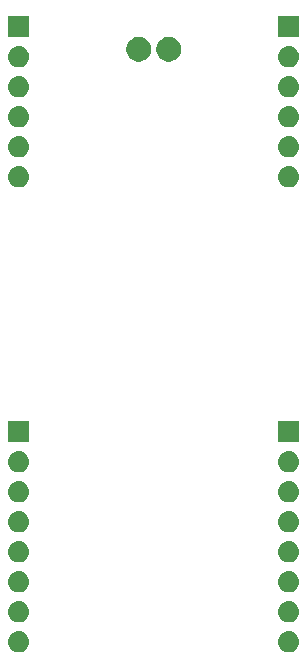
<source format=gbr>
G04 #@! TF.GenerationSoftware,KiCad,Pcbnew,(5.1.2)-2*
G04 #@! TF.CreationDate,2019-12-14T19:53:28+01:00*
G04 #@! TF.ProjectId,IS1212_click,49533132-3132-45f6-936c-69636b2e6b69,rev?*
G04 #@! TF.SameCoordinates,Original*
G04 #@! TF.FileFunction,Soldermask,Bot*
G04 #@! TF.FilePolarity,Negative*
%FSLAX46Y46*%
G04 Gerber Fmt 4.6, Leading zero omitted, Abs format (unit mm)*
G04 Created by KiCad (PCBNEW (5.1.2)-2) date 2019-12-14 19:53:28*
%MOMM*%
%LPD*%
G04 APERTURE LIST*
%ADD10C,0.100000*%
G04 APERTURE END LIST*
D10*
G36*
X87806588Y-147702234D02*
G01*
X87806591Y-147702235D01*
X87976388Y-147753742D01*
X88132878Y-147837388D01*
X88270043Y-147949957D01*
X88382612Y-148087122D01*
X88466258Y-148243612D01*
X88511875Y-148393992D01*
X88517766Y-148413412D01*
X88535158Y-148590000D01*
X88517766Y-148766588D01*
X88517765Y-148766591D01*
X88466258Y-148936388D01*
X88382612Y-149092878D01*
X88270043Y-149230043D01*
X88132878Y-149342612D01*
X87976388Y-149426258D01*
X87826008Y-149471875D01*
X87806588Y-149477766D01*
X87674249Y-149490800D01*
X87585751Y-149490800D01*
X87453412Y-149477766D01*
X87433992Y-149471875D01*
X87283612Y-149426258D01*
X87127122Y-149342612D01*
X86989957Y-149230043D01*
X86877388Y-149092878D01*
X86793742Y-148936388D01*
X86742235Y-148766591D01*
X86742234Y-148766588D01*
X86724842Y-148590000D01*
X86742234Y-148413412D01*
X86748125Y-148393992D01*
X86793742Y-148243612D01*
X86877388Y-148087122D01*
X86989957Y-147949957D01*
X87127122Y-147837388D01*
X87283612Y-147753742D01*
X87453409Y-147702235D01*
X87453412Y-147702234D01*
X87585751Y-147689200D01*
X87674249Y-147689200D01*
X87806588Y-147702234D01*
X87806588Y-147702234D01*
G37*
G36*
X64946588Y-147702234D02*
G01*
X64946591Y-147702235D01*
X65116388Y-147753742D01*
X65272878Y-147837388D01*
X65410043Y-147949957D01*
X65522612Y-148087122D01*
X65606258Y-148243612D01*
X65651875Y-148393992D01*
X65657766Y-148413412D01*
X65675158Y-148590000D01*
X65657766Y-148766588D01*
X65657765Y-148766591D01*
X65606258Y-148936388D01*
X65522612Y-149092878D01*
X65410043Y-149230043D01*
X65272878Y-149342612D01*
X65116388Y-149426258D01*
X64966008Y-149471875D01*
X64946588Y-149477766D01*
X64814249Y-149490800D01*
X64725751Y-149490800D01*
X64593412Y-149477766D01*
X64573992Y-149471875D01*
X64423612Y-149426258D01*
X64267122Y-149342612D01*
X64129957Y-149230043D01*
X64017388Y-149092878D01*
X63933742Y-148936388D01*
X63882235Y-148766591D01*
X63882234Y-148766588D01*
X63864842Y-148590000D01*
X63882234Y-148413412D01*
X63888125Y-148393992D01*
X63933742Y-148243612D01*
X64017388Y-148087122D01*
X64129957Y-147949957D01*
X64267122Y-147837388D01*
X64423612Y-147753742D01*
X64593409Y-147702235D01*
X64593412Y-147702234D01*
X64725751Y-147689200D01*
X64814249Y-147689200D01*
X64946588Y-147702234D01*
X64946588Y-147702234D01*
G37*
G36*
X87806588Y-145162234D02*
G01*
X87806591Y-145162235D01*
X87976388Y-145213742D01*
X88132878Y-145297388D01*
X88270043Y-145409957D01*
X88382612Y-145547122D01*
X88466258Y-145703612D01*
X88511875Y-145853992D01*
X88517766Y-145873412D01*
X88535158Y-146050000D01*
X88517766Y-146226588D01*
X88517765Y-146226591D01*
X88466258Y-146396388D01*
X88382612Y-146552878D01*
X88270043Y-146690043D01*
X88132878Y-146802612D01*
X87976388Y-146886258D01*
X87826008Y-146931875D01*
X87806588Y-146937766D01*
X87674249Y-146950800D01*
X87585751Y-146950800D01*
X87453412Y-146937766D01*
X87433992Y-146931875D01*
X87283612Y-146886258D01*
X87127122Y-146802612D01*
X86989957Y-146690043D01*
X86877388Y-146552878D01*
X86793742Y-146396388D01*
X86742235Y-146226591D01*
X86742234Y-146226588D01*
X86724842Y-146050000D01*
X86742234Y-145873412D01*
X86748125Y-145853992D01*
X86793742Y-145703612D01*
X86877388Y-145547122D01*
X86989957Y-145409957D01*
X87127122Y-145297388D01*
X87283612Y-145213742D01*
X87453409Y-145162235D01*
X87453412Y-145162234D01*
X87585751Y-145149200D01*
X87674249Y-145149200D01*
X87806588Y-145162234D01*
X87806588Y-145162234D01*
G37*
G36*
X64946588Y-145162234D02*
G01*
X64946591Y-145162235D01*
X65116388Y-145213742D01*
X65272878Y-145297388D01*
X65410043Y-145409957D01*
X65522612Y-145547122D01*
X65606258Y-145703612D01*
X65651875Y-145853992D01*
X65657766Y-145873412D01*
X65675158Y-146050000D01*
X65657766Y-146226588D01*
X65657765Y-146226591D01*
X65606258Y-146396388D01*
X65522612Y-146552878D01*
X65410043Y-146690043D01*
X65272878Y-146802612D01*
X65116388Y-146886258D01*
X64966008Y-146931875D01*
X64946588Y-146937766D01*
X64814249Y-146950800D01*
X64725751Y-146950800D01*
X64593412Y-146937766D01*
X64573992Y-146931875D01*
X64423612Y-146886258D01*
X64267122Y-146802612D01*
X64129957Y-146690043D01*
X64017388Y-146552878D01*
X63933742Y-146396388D01*
X63882235Y-146226591D01*
X63882234Y-146226588D01*
X63864842Y-146050000D01*
X63882234Y-145873412D01*
X63888125Y-145853992D01*
X63933742Y-145703612D01*
X64017388Y-145547122D01*
X64129957Y-145409957D01*
X64267122Y-145297388D01*
X64423612Y-145213742D01*
X64593409Y-145162235D01*
X64593412Y-145162234D01*
X64725751Y-145149200D01*
X64814249Y-145149200D01*
X64946588Y-145162234D01*
X64946588Y-145162234D01*
G37*
G36*
X87806588Y-142622234D02*
G01*
X87806591Y-142622235D01*
X87976388Y-142673742D01*
X88132878Y-142757388D01*
X88270043Y-142869957D01*
X88382612Y-143007122D01*
X88466258Y-143163612D01*
X88511875Y-143313992D01*
X88517766Y-143333412D01*
X88535158Y-143510000D01*
X88517766Y-143686588D01*
X88517765Y-143686591D01*
X88466258Y-143856388D01*
X88382612Y-144012878D01*
X88270043Y-144150043D01*
X88132878Y-144262612D01*
X87976388Y-144346258D01*
X87826008Y-144391875D01*
X87806588Y-144397766D01*
X87674249Y-144410800D01*
X87585751Y-144410800D01*
X87453412Y-144397766D01*
X87433992Y-144391875D01*
X87283612Y-144346258D01*
X87127122Y-144262612D01*
X86989957Y-144150043D01*
X86877388Y-144012878D01*
X86793742Y-143856388D01*
X86742235Y-143686591D01*
X86742234Y-143686588D01*
X86724842Y-143510000D01*
X86742234Y-143333412D01*
X86748125Y-143313992D01*
X86793742Y-143163612D01*
X86877388Y-143007122D01*
X86989957Y-142869957D01*
X87127122Y-142757388D01*
X87283612Y-142673742D01*
X87453409Y-142622235D01*
X87453412Y-142622234D01*
X87585751Y-142609200D01*
X87674249Y-142609200D01*
X87806588Y-142622234D01*
X87806588Y-142622234D01*
G37*
G36*
X64946588Y-142622234D02*
G01*
X64946591Y-142622235D01*
X65116388Y-142673742D01*
X65272878Y-142757388D01*
X65410043Y-142869957D01*
X65522612Y-143007122D01*
X65606258Y-143163612D01*
X65651875Y-143313992D01*
X65657766Y-143333412D01*
X65675158Y-143510000D01*
X65657766Y-143686588D01*
X65657765Y-143686591D01*
X65606258Y-143856388D01*
X65522612Y-144012878D01*
X65410043Y-144150043D01*
X65272878Y-144262612D01*
X65116388Y-144346258D01*
X64966008Y-144391875D01*
X64946588Y-144397766D01*
X64814249Y-144410800D01*
X64725751Y-144410800D01*
X64593412Y-144397766D01*
X64573992Y-144391875D01*
X64423612Y-144346258D01*
X64267122Y-144262612D01*
X64129957Y-144150043D01*
X64017388Y-144012878D01*
X63933742Y-143856388D01*
X63882235Y-143686591D01*
X63882234Y-143686588D01*
X63864842Y-143510000D01*
X63882234Y-143333412D01*
X63888125Y-143313992D01*
X63933742Y-143163612D01*
X64017388Y-143007122D01*
X64129957Y-142869957D01*
X64267122Y-142757388D01*
X64423612Y-142673742D01*
X64593409Y-142622235D01*
X64593412Y-142622234D01*
X64725751Y-142609200D01*
X64814249Y-142609200D01*
X64946588Y-142622234D01*
X64946588Y-142622234D01*
G37*
G36*
X64946588Y-140082234D02*
G01*
X64946591Y-140082235D01*
X65116388Y-140133742D01*
X65272878Y-140217388D01*
X65410043Y-140329957D01*
X65522612Y-140467122D01*
X65606258Y-140623612D01*
X65651875Y-140773992D01*
X65657766Y-140793412D01*
X65675158Y-140970000D01*
X65657766Y-141146588D01*
X65657765Y-141146591D01*
X65606258Y-141316388D01*
X65522612Y-141472878D01*
X65410043Y-141610043D01*
X65272878Y-141722612D01*
X65116388Y-141806258D01*
X64966008Y-141851875D01*
X64946588Y-141857766D01*
X64814249Y-141870800D01*
X64725751Y-141870800D01*
X64593412Y-141857766D01*
X64573992Y-141851875D01*
X64423612Y-141806258D01*
X64267122Y-141722612D01*
X64129957Y-141610043D01*
X64017388Y-141472878D01*
X63933742Y-141316388D01*
X63882235Y-141146591D01*
X63882234Y-141146588D01*
X63864842Y-140970000D01*
X63882234Y-140793412D01*
X63888125Y-140773992D01*
X63933742Y-140623612D01*
X64017388Y-140467122D01*
X64129957Y-140329957D01*
X64267122Y-140217388D01*
X64423612Y-140133742D01*
X64593409Y-140082235D01*
X64593412Y-140082234D01*
X64725751Y-140069200D01*
X64814249Y-140069200D01*
X64946588Y-140082234D01*
X64946588Y-140082234D01*
G37*
G36*
X87806588Y-140082234D02*
G01*
X87806591Y-140082235D01*
X87976388Y-140133742D01*
X88132878Y-140217388D01*
X88270043Y-140329957D01*
X88382612Y-140467122D01*
X88466258Y-140623612D01*
X88511875Y-140773992D01*
X88517766Y-140793412D01*
X88535158Y-140970000D01*
X88517766Y-141146588D01*
X88517765Y-141146591D01*
X88466258Y-141316388D01*
X88382612Y-141472878D01*
X88270043Y-141610043D01*
X88132878Y-141722612D01*
X87976388Y-141806258D01*
X87826008Y-141851875D01*
X87806588Y-141857766D01*
X87674249Y-141870800D01*
X87585751Y-141870800D01*
X87453412Y-141857766D01*
X87433992Y-141851875D01*
X87283612Y-141806258D01*
X87127122Y-141722612D01*
X86989957Y-141610043D01*
X86877388Y-141472878D01*
X86793742Y-141316388D01*
X86742235Y-141146591D01*
X86742234Y-141146588D01*
X86724842Y-140970000D01*
X86742234Y-140793412D01*
X86748125Y-140773992D01*
X86793742Y-140623612D01*
X86877388Y-140467122D01*
X86989957Y-140329957D01*
X87127122Y-140217388D01*
X87283612Y-140133742D01*
X87453409Y-140082235D01*
X87453412Y-140082234D01*
X87585751Y-140069200D01*
X87674249Y-140069200D01*
X87806588Y-140082234D01*
X87806588Y-140082234D01*
G37*
G36*
X64946588Y-137542234D02*
G01*
X64946591Y-137542235D01*
X65116388Y-137593742D01*
X65272878Y-137677388D01*
X65410043Y-137789957D01*
X65522612Y-137927122D01*
X65606258Y-138083612D01*
X65651875Y-138233992D01*
X65657766Y-138253412D01*
X65675158Y-138430000D01*
X65657766Y-138606588D01*
X65657765Y-138606591D01*
X65606258Y-138776388D01*
X65522612Y-138932878D01*
X65410043Y-139070043D01*
X65272878Y-139182612D01*
X65116388Y-139266258D01*
X64966008Y-139311875D01*
X64946588Y-139317766D01*
X64814249Y-139330800D01*
X64725751Y-139330800D01*
X64593412Y-139317766D01*
X64573992Y-139311875D01*
X64423612Y-139266258D01*
X64267122Y-139182612D01*
X64129957Y-139070043D01*
X64017388Y-138932878D01*
X63933742Y-138776388D01*
X63882235Y-138606591D01*
X63882234Y-138606588D01*
X63864842Y-138430000D01*
X63882234Y-138253412D01*
X63888125Y-138233992D01*
X63933742Y-138083612D01*
X64017388Y-137927122D01*
X64129957Y-137789957D01*
X64267122Y-137677388D01*
X64423612Y-137593742D01*
X64593409Y-137542235D01*
X64593412Y-137542234D01*
X64725751Y-137529200D01*
X64814249Y-137529200D01*
X64946588Y-137542234D01*
X64946588Y-137542234D01*
G37*
G36*
X87806588Y-137542234D02*
G01*
X87806591Y-137542235D01*
X87976388Y-137593742D01*
X88132878Y-137677388D01*
X88270043Y-137789957D01*
X88382612Y-137927122D01*
X88466258Y-138083612D01*
X88511875Y-138233992D01*
X88517766Y-138253412D01*
X88535158Y-138430000D01*
X88517766Y-138606588D01*
X88517765Y-138606591D01*
X88466258Y-138776388D01*
X88382612Y-138932878D01*
X88270043Y-139070043D01*
X88132878Y-139182612D01*
X87976388Y-139266258D01*
X87826008Y-139311875D01*
X87806588Y-139317766D01*
X87674249Y-139330800D01*
X87585751Y-139330800D01*
X87453412Y-139317766D01*
X87433992Y-139311875D01*
X87283612Y-139266258D01*
X87127122Y-139182612D01*
X86989957Y-139070043D01*
X86877388Y-138932878D01*
X86793742Y-138776388D01*
X86742235Y-138606591D01*
X86742234Y-138606588D01*
X86724842Y-138430000D01*
X86742234Y-138253412D01*
X86748125Y-138233992D01*
X86793742Y-138083612D01*
X86877388Y-137927122D01*
X86989957Y-137789957D01*
X87127122Y-137677388D01*
X87283612Y-137593742D01*
X87453409Y-137542235D01*
X87453412Y-137542234D01*
X87585751Y-137529200D01*
X87674249Y-137529200D01*
X87806588Y-137542234D01*
X87806588Y-137542234D01*
G37*
G36*
X64946588Y-135002234D02*
G01*
X64946591Y-135002235D01*
X65116388Y-135053742D01*
X65272878Y-135137388D01*
X65410043Y-135249957D01*
X65522612Y-135387122D01*
X65606258Y-135543612D01*
X65651875Y-135693992D01*
X65657766Y-135713412D01*
X65675158Y-135890000D01*
X65657766Y-136066588D01*
X65657765Y-136066591D01*
X65606258Y-136236388D01*
X65522612Y-136392878D01*
X65410043Y-136530043D01*
X65272878Y-136642612D01*
X65116388Y-136726258D01*
X64966008Y-136771875D01*
X64946588Y-136777766D01*
X64814249Y-136790800D01*
X64725751Y-136790800D01*
X64593412Y-136777766D01*
X64573992Y-136771875D01*
X64423612Y-136726258D01*
X64267122Y-136642612D01*
X64129957Y-136530043D01*
X64017388Y-136392878D01*
X63933742Y-136236388D01*
X63882235Y-136066591D01*
X63882234Y-136066588D01*
X63864842Y-135890000D01*
X63882234Y-135713412D01*
X63888125Y-135693992D01*
X63933742Y-135543612D01*
X64017388Y-135387122D01*
X64129957Y-135249957D01*
X64267122Y-135137388D01*
X64423612Y-135053742D01*
X64593409Y-135002235D01*
X64593412Y-135002234D01*
X64725751Y-134989200D01*
X64814249Y-134989200D01*
X64946588Y-135002234D01*
X64946588Y-135002234D01*
G37*
G36*
X87806588Y-135002234D02*
G01*
X87806591Y-135002235D01*
X87976388Y-135053742D01*
X88132878Y-135137388D01*
X88270043Y-135249957D01*
X88382612Y-135387122D01*
X88466258Y-135543612D01*
X88511875Y-135693992D01*
X88517766Y-135713412D01*
X88535158Y-135890000D01*
X88517766Y-136066588D01*
X88517765Y-136066591D01*
X88466258Y-136236388D01*
X88382612Y-136392878D01*
X88270043Y-136530043D01*
X88132878Y-136642612D01*
X87976388Y-136726258D01*
X87826008Y-136771875D01*
X87806588Y-136777766D01*
X87674249Y-136790800D01*
X87585751Y-136790800D01*
X87453412Y-136777766D01*
X87433992Y-136771875D01*
X87283612Y-136726258D01*
X87127122Y-136642612D01*
X86989957Y-136530043D01*
X86877388Y-136392878D01*
X86793742Y-136236388D01*
X86742235Y-136066591D01*
X86742234Y-136066588D01*
X86724842Y-135890000D01*
X86742234Y-135713412D01*
X86748125Y-135693992D01*
X86793742Y-135543612D01*
X86877388Y-135387122D01*
X86989957Y-135249957D01*
X87127122Y-135137388D01*
X87283612Y-135053742D01*
X87453409Y-135002235D01*
X87453412Y-135002234D01*
X87585751Y-134989200D01*
X87674249Y-134989200D01*
X87806588Y-135002234D01*
X87806588Y-135002234D01*
G37*
G36*
X64946588Y-132462234D02*
G01*
X64946591Y-132462235D01*
X65116388Y-132513742D01*
X65272878Y-132597388D01*
X65410043Y-132709957D01*
X65522612Y-132847122D01*
X65606258Y-133003612D01*
X65651875Y-133153992D01*
X65657766Y-133173412D01*
X65675158Y-133350000D01*
X65657766Y-133526588D01*
X65657765Y-133526591D01*
X65606258Y-133696388D01*
X65522612Y-133852878D01*
X65410043Y-133990043D01*
X65272878Y-134102612D01*
X65116388Y-134186258D01*
X64966008Y-134231875D01*
X64946588Y-134237766D01*
X64814249Y-134250800D01*
X64725751Y-134250800D01*
X64593412Y-134237766D01*
X64573992Y-134231875D01*
X64423612Y-134186258D01*
X64267122Y-134102612D01*
X64129957Y-133990043D01*
X64017388Y-133852878D01*
X63933742Y-133696388D01*
X63882235Y-133526591D01*
X63882234Y-133526588D01*
X63864842Y-133350000D01*
X63882234Y-133173412D01*
X63888125Y-133153992D01*
X63933742Y-133003612D01*
X64017388Y-132847122D01*
X64129957Y-132709957D01*
X64267122Y-132597388D01*
X64423612Y-132513742D01*
X64593409Y-132462235D01*
X64593412Y-132462234D01*
X64725751Y-132449200D01*
X64814249Y-132449200D01*
X64946588Y-132462234D01*
X64946588Y-132462234D01*
G37*
G36*
X87806588Y-132462234D02*
G01*
X87806591Y-132462235D01*
X87976388Y-132513742D01*
X88132878Y-132597388D01*
X88270043Y-132709957D01*
X88382612Y-132847122D01*
X88466258Y-133003612D01*
X88511875Y-133153992D01*
X88517766Y-133173412D01*
X88535158Y-133350000D01*
X88517766Y-133526588D01*
X88517765Y-133526591D01*
X88466258Y-133696388D01*
X88382612Y-133852878D01*
X88270043Y-133990043D01*
X88132878Y-134102612D01*
X87976388Y-134186258D01*
X87826008Y-134231875D01*
X87806588Y-134237766D01*
X87674249Y-134250800D01*
X87585751Y-134250800D01*
X87453412Y-134237766D01*
X87433992Y-134231875D01*
X87283612Y-134186258D01*
X87127122Y-134102612D01*
X86989957Y-133990043D01*
X86877388Y-133852878D01*
X86793742Y-133696388D01*
X86742235Y-133526591D01*
X86742234Y-133526588D01*
X86724842Y-133350000D01*
X86742234Y-133173412D01*
X86748125Y-133153992D01*
X86793742Y-133003612D01*
X86877388Y-132847122D01*
X86989957Y-132709957D01*
X87127122Y-132597388D01*
X87283612Y-132513742D01*
X87453409Y-132462235D01*
X87453412Y-132462234D01*
X87585751Y-132449200D01*
X87674249Y-132449200D01*
X87806588Y-132462234D01*
X87806588Y-132462234D01*
G37*
G36*
X65670800Y-131710800D02*
G01*
X63869200Y-131710800D01*
X63869200Y-129909200D01*
X65670800Y-129909200D01*
X65670800Y-131710800D01*
X65670800Y-131710800D01*
G37*
G36*
X88530800Y-131710800D02*
G01*
X86729200Y-131710800D01*
X86729200Y-129909200D01*
X88530800Y-129909200D01*
X88530800Y-131710800D01*
X88530800Y-131710800D01*
G37*
G36*
X64946588Y-108332234D02*
G01*
X64946591Y-108332235D01*
X65116388Y-108383742D01*
X65272878Y-108467388D01*
X65410043Y-108579957D01*
X65522612Y-108717122D01*
X65606258Y-108873612D01*
X65651875Y-109023992D01*
X65657766Y-109043412D01*
X65675158Y-109220000D01*
X65657766Y-109396588D01*
X65657765Y-109396591D01*
X65606258Y-109566388D01*
X65522612Y-109722878D01*
X65410043Y-109860043D01*
X65272878Y-109972612D01*
X65116388Y-110056258D01*
X64966008Y-110101875D01*
X64946588Y-110107766D01*
X64814249Y-110120800D01*
X64725751Y-110120800D01*
X64593412Y-110107766D01*
X64573992Y-110101875D01*
X64423612Y-110056258D01*
X64267122Y-109972612D01*
X64129957Y-109860043D01*
X64017388Y-109722878D01*
X63933742Y-109566388D01*
X63882235Y-109396591D01*
X63882234Y-109396588D01*
X63864842Y-109220000D01*
X63882234Y-109043412D01*
X63888125Y-109023992D01*
X63933742Y-108873612D01*
X64017388Y-108717122D01*
X64129957Y-108579957D01*
X64267122Y-108467388D01*
X64423612Y-108383742D01*
X64593409Y-108332235D01*
X64593412Y-108332234D01*
X64725751Y-108319200D01*
X64814249Y-108319200D01*
X64946588Y-108332234D01*
X64946588Y-108332234D01*
G37*
G36*
X87806588Y-108332234D02*
G01*
X87806591Y-108332235D01*
X87976388Y-108383742D01*
X88132878Y-108467388D01*
X88270043Y-108579957D01*
X88382612Y-108717122D01*
X88466258Y-108873612D01*
X88511875Y-109023992D01*
X88517766Y-109043412D01*
X88535158Y-109220000D01*
X88517766Y-109396588D01*
X88517765Y-109396591D01*
X88466258Y-109566388D01*
X88382612Y-109722878D01*
X88270043Y-109860043D01*
X88132878Y-109972612D01*
X87976388Y-110056258D01*
X87826008Y-110101875D01*
X87806588Y-110107766D01*
X87674249Y-110120800D01*
X87585751Y-110120800D01*
X87453412Y-110107766D01*
X87433992Y-110101875D01*
X87283612Y-110056258D01*
X87127122Y-109972612D01*
X86989957Y-109860043D01*
X86877388Y-109722878D01*
X86793742Y-109566388D01*
X86742235Y-109396591D01*
X86742234Y-109396588D01*
X86724842Y-109220000D01*
X86742234Y-109043412D01*
X86748125Y-109023992D01*
X86793742Y-108873612D01*
X86877388Y-108717122D01*
X86989957Y-108579957D01*
X87127122Y-108467388D01*
X87283612Y-108383742D01*
X87453409Y-108332235D01*
X87453412Y-108332234D01*
X87585751Y-108319200D01*
X87674249Y-108319200D01*
X87806588Y-108332234D01*
X87806588Y-108332234D01*
G37*
G36*
X64946588Y-105792234D02*
G01*
X64946591Y-105792235D01*
X65116388Y-105843742D01*
X65272878Y-105927388D01*
X65410043Y-106039957D01*
X65522612Y-106177122D01*
X65606258Y-106333612D01*
X65651875Y-106483992D01*
X65657766Y-106503412D01*
X65675158Y-106680000D01*
X65657766Y-106856588D01*
X65657765Y-106856591D01*
X65606258Y-107026388D01*
X65522612Y-107182878D01*
X65410043Y-107320043D01*
X65272878Y-107432612D01*
X65116388Y-107516258D01*
X64966008Y-107561875D01*
X64946588Y-107567766D01*
X64814249Y-107580800D01*
X64725751Y-107580800D01*
X64593412Y-107567766D01*
X64573992Y-107561875D01*
X64423612Y-107516258D01*
X64267122Y-107432612D01*
X64129957Y-107320043D01*
X64017388Y-107182878D01*
X63933742Y-107026388D01*
X63882235Y-106856591D01*
X63882234Y-106856588D01*
X63864842Y-106680000D01*
X63882234Y-106503412D01*
X63888125Y-106483992D01*
X63933742Y-106333612D01*
X64017388Y-106177122D01*
X64129957Y-106039957D01*
X64267122Y-105927388D01*
X64423612Y-105843742D01*
X64593409Y-105792235D01*
X64593412Y-105792234D01*
X64725751Y-105779200D01*
X64814249Y-105779200D01*
X64946588Y-105792234D01*
X64946588Y-105792234D01*
G37*
G36*
X87806588Y-105792234D02*
G01*
X87806591Y-105792235D01*
X87976388Y-105843742D01*
X88132878Y-105927388D01*
X88270043Y-106039957D01*
X88382612Y-106177122D01*
X88466258Y-106333612D01*
X88511875Y-106483992D01*
X88517766Y-106503412D01*
X88535158Y-106680000D01*
X88517766Y-106856588D01*
X88517765Y-106856591D01*
X88466258Y-107026388D01*
X88382612Y-107182878D01*
X88270043Y-107320043D01*
X88132878Y-107432612D01*
X87976388Y-107516258D01*
X87826008Y-107561875D01*
X87806588Y-107567766D01*
X87674249Y-107580800D01*
X87585751Y-107580800D01*
X87453412Y-107567766D01*
X87433992Y-107561875D01*
X87283612Y-107516258D01*
X87127122Y-107432612D01*
X86989957Y-107320043D01*
X86877388Y-107182878D01*
X86793742Y-107026388D01*
X86742235Y-106856591D01*
X86742234Y-106856588D01*
X86724842Y-106680000D01*
X86742234Y-106503412D01*
X86748125Y-106483992D01*
X86793742Y-106333612D01*
X86877388Y-106177122D01*
X86989957Y-106039957D01*
X87127122Y-105927388D01*
X87283612Y-105843742D01*
X87453409Y-105792235D01*
X87453412Y-105792234D01*
X87585751Y-105779200D01*
X87674249Y-105779200D01*
X87806588Y-105792234D01*
X87806588Y-105792234D01*
G37*
G36*
X64946588Y-103252234D02*
G01*
X64946591Y-103252235D01*
X65116388Y-103303742D01*
X65272878Y-103387388D01*
X65410043Y-103499957D01*
X65522612Y-103637122D01*
X65606258Y-103793612D01*
X65651875Y-103943992D01*
X65657766Y-103963412D01*
X65675158Y-104140000D01*
X65657766Y-104316588D01*
X65657765Y-104316591D01*
X65606258Y-104486388D01*
X65522612Y-104642878D01*
X65410043Y-104780043D01*
X65272878Y-104892612D01*
X65116388Y-104976258D01*
X64966008Y-105021875D01*
X64946588Y-105027766D01*
X64814249Y-105040800D01*
X64725751Y-105040800D01*
X64593412Y-105027766D01*
X64573992Y-105021875D01*
X64423612Y-104976258D01*
X64267122Y-104892612D01*
X64129957Y-104780043D01*
X64017388Y-104642878D01*
X63933742Y-104486388D01*
X63882235Y-104316591D01*
X63882234Y-104316588D01*
X63864842Y-104140000D01*
X63882234Y-103963412D01*
X63888125Y-103943992D01*
X63933742Y-103793612D01*
X64017388Y-103637122D01*
X64129957Y-103499957D01*
X64267122Y-103387388D01*
X64423612Y-103303742D01*
X64593409Y-103252235D01*
X64593412Y-103252234D01*
X64725751Y-103239200D01*
X64814249Y-103239200D01*
X64946588Y-103252234D01*
X64946588Y-103252234D01*
G37*
G36*
X87806588Y-103252234D02*
G01*
X87806591Y-103252235D01*
X87976388Y-103303742D01*
X88132878Y-103387388D01*
X88270043Y-103499957D01*
X88382612Y-103637122D01*
X88466258Y-103793612D01*
X88511875Y-103943992D01*
X88517766Y-103963412D01*
X88535158Y-104140000D01*
X88517766Y-104316588D01*
X88517765Y-104316591D01*
X88466258Y-104486388D01*
X88382612Y-104642878D01*
X88270043Y-104780043D01*
X88132878Y-104892612D01*
X87976388Y-104976258D01*
X87826008Y-105021875D01*
X87806588Y-105027766D01*
X87674249Y-105040800D01*
X87585751Y-105040800D01*
X87453412Y-105027766D01*
X87433992Y-105021875D01*
X87283612Y-104976258D01*
X87127122Y-104892612D01*
X86989957Y-104780043D01*
X86877388Y-104642878D01*
X86793742Y-104486388D01*
X86742235Y-104316591D01*
X86742234Y-104316588D01*
X86724842Y-104140000D01*
X86742234Y-103963412D01*
X86748125Y-103943992D01*
X86793742Y-103793612D01*
X86877388Y-103637122D01*
X86989957Y-103499957D01*
X87127122Y-103387388D01*
X87283612Y-103303742D01*
X87453409Y-103252235D01*
X87453412Y-103252234D01*
X87585751Y-103239200D01*
X87674249Y-103239200D01*
X87806588Y-103252234D01*
X87806588Y-103252234D01*
G37*
G36*
X64946588Y-100712234D02*
G01*
X64946591Y-100712235D01*
X65116388Y-100763742D01*
X65272878Y-100847388D01*
X65410043Y-100959957D01*
X65522612Y-101097122D01*
X65606258Y-101253612D01*
X65651875Y-101403992D01*
X65657766Y-101423412D01*
X65675158Y-101600000D01*
X65657766Y-101776588D01*
X65657765Y-101776591D01*
X65606258Y-101946388D01*
X65522612Y-102102878D01*
X65410043Y-102240043D01*
X65272878Y-102352612D01*
X65116388Y-102436258D01*
X64966008Y-102481875D01*
X64946588Y-102487766D01*
X64814249Y-102500800D01*
X64725751Y-102500800D01*
X64593412Y-102487766D01*
X64573992Y-102481875D01*
X64423612Y-102436258D01*
X64267122Y-102352612D01*
X64129957Y-102240043D01*
X64017388Y-102102878D01*
X63933742Y-101946388D01*
X63882235Y-101776591D01*
X63882234Y-101776588D01*
X63864842Y-101600000D01*
X63882234Y-101423412D01*
X63888125Y-101403992D01*
X63933742Y-101253612D01*
X64017388Y-101097122D01*
X64129957Y-100959957D01*
X64267122Y-100847388D01*
X64423612Y-100763742D01*
X64593409Y-100712235D01*
X64593412Y-100712234D01*
X64725751Y-100699200D01*
X64814249Y-100699200D01*
X64946588Y-100712234D01*
X64946588Y-100712234D01*
G37*
G36*
X87806588Y-100712234D02*
G01*
X87806591Y-100712235D01*
X87976388Y-100763742D01*
X88132878Y-100847388D01*
X88270043Y-100959957D01*
X88382612Y-101097122D01*
X88466258Y-101253612D01*
X88511875Y-101403992D01*
X88517766Y-101423412D01*
X88535158Y-101600000D01*
X88517766Y-101776588D01*
X88517765Y-101776591D01*
X88466258Y-101946388D01*
X88382612Y-102102878D01*
X88270043Y-102240043D01*
X88132878Y-102352612D01*
X87976388Y-102436258D01*
X87826008Y-102481875D01*
X87806588Y-102487766D01*
X87674249Y-102500800D01*
X87585751Y-102500800D01*
X87453412Y-102487766D01*
X87433992Y-102481875D01*
X87283612Y-102436258D01*
X87127122Y-102352612D01*
X86989957Y-102240043D01*
X86877388Y-102102878D01*
X86793742Y-101946388D01*
X86742235Y-101776591D01*
X86742234Y-101776588D01*
X86724842Y-101600000D01*
X86742234Y-101423412D01*
X86748125Y-101403992D01*
X86793742Y-101253612D01*
X86877388Y-101097122D01*
X86989957Y-100959957D01*
X87127122Y-100847388D01*
X87283612Y-100763742D01*
X87453409Y-100712235D01*
X87453412Y-100712234D01*
X87585751Y-100699200D01*
X87674249Y-100699200D01*
X87806588Y-100712234D01*
X87806588Y-100712234D01*
G37*
G36*
X64946588Y-98172234D02*
G01*
X64946591Y-98172235D01*
X65116388Y-98223742D01*
X65272878Y-98307388D01*
X65410043Y-98419957D01*
X65522612Y-98557122D01*
X65606258Y-98713612D01*
X65611686Y-98731507D01*
X65657766Y-98883412D01*
X65675158Y-99060000D01*
X65657766Y-99236588D01*
X65656364Y-99241209D01*
X65606258Y-99406388D01*
X65522612Y-99562878D01*
X65410043Y-99700043D01*
X65272878Y-99812612D01*
X65116388Y-99896258D01*
X64966008Y-99941875D01*
X64946588Y-99947766D01*
X64814249Y-99960800D01*
X64725751Y-99960800D01*
X64593412Y-99947766D01*
X64573992Y-99941875D01*
X64423612Y-99896258D01*
X64267122Y-99812612D01*
X64129957Y-99700043D01*
X64017388Y-99562878D01*
X63933742Y-99406388D01*
X63883636Y-99241209D01*
X63882234Y-99236588D01*
X63864842Y-99060000D01*
X63882234Y-98883412D01*
X63928314Y-98731507D01*
X63933742Y-98713612D01*
X64017388Y-98557122D01*
X64129957Y-98419957D01*
X64267122Y-98307388D01*
X64423612Y-98223742D01*
X64593409Y-98172235D01*
X64593412Y-98172234D01*
X64725751Y-98159200D01*
X64814249Y-98159200D01*
X64946588Y-98172234D01*
X64946588Y-98172234D01*
G37*
G36*
X87806588Y-98172234D02*
G01*
X87806591Y-98172235D01*
X87976388Y-98223742D01*
X88132878Y-98307388D01*
X88270043Y-98419957D01*
X88382612Y-98557122D01*
X88466258Y-98713612D01*
X88471686Y-98731507D01*
X88517766Y-98883412D01*
X88535158Y-99060000D01*
X88517766Y-99236588D01*
X88516364Y-99241209D01*
X88466258Y-99406388D01*
X88382612Y-99562878D01*
X88270043Y-99700043D01*
X88132878Y-99812612D01*
X87976388Y-99896258D01*
X87826008Y-99941875D01*
X87806588Y-99947766D01*
X87674249Y-99960800D01*
X87585751Y-99960800D01*
X87453412Y-99947766D01*
X87433992Y-99941875D01*
X87283612Y-99896258D01*
X87127122Y-99812612D01*
X86989957Y-99700043D01*
X86877388Y-99562878D01*
X86793742Y-99406388D01*
X86743636Y-99241209D01*
X86742234Y-99236588D01*
X86724842Y-99060000D01*
X86742234Y-98883412D01*
X86788314Y-98731507D01*
X86793742Y-98713612D01*
X86877388Y-98557122D01*
X86989957Y-98419957D01*
X87127122Y-98307388D01*
X87283612Y-98223742D01*
X87453409Y-98172235D01*
X87453412Y-98172234D01*
X87585751Y-98159200D01*
X87674249Y-98159200D01*
X87806588Y-98172234D01*
X87806588Y-98172234D01*
G37*
G36*
X77776507Y-97414582D02*
G01*
X77967740Y-97493793D01*
X78139846Y-97608791D01*
X78286209Y-97755154D01*
X78401207Y-97927260D01*
X78480418Y-98118493D01*
X78520800Y-98321505D01*
X78520800Y-98528495D01*
X78480418Y-98731507D01*
X78401207Y-98922740D01*
X78286209Y-99094846D01*
X78139846Y-99241209D01*
X77967740Y-99356207D01*
X77776507Y-99435418D01*
X77573495Y-99475800D01*
X77366505Y-99475800D01*
X77163493Y-99435418D01*
X76972260Y-99356207D01*
X76800154Y-99241209D01*
X76653791Y-99094846D01*
X76538793Y-98922740D01*
X76459582Y-98731507D01*
X76419200Y-98528495D01*
X76419200Y-98321505D01*
X76459582Y-98118493D01*
X76538793Y-97927260D01*
X76653791Y-97755154D01*
X76800154Y-97608791D01*
X76972260Y-97493793D01*
X77163493Y-97414582D01*
X77366505Y-97374200D01*
X77573495Y-97374200D01*
X77776507Y-97414582D01*
X77776507Y-97414582D01*
G37*
G36*
X75236507Y-97414582D02*
G01*
X75427740Y-97493793D01*
X75599846Y-97608791D01*
X75746209Y-97755154D01*
X75861207Y-97927260D01*
X75940418Y-98118493D01*
X75980800Y-98321505D01*
X75980800Y-98528495D01*
X75940418Y-98731507D01*
X75861207Y-98922740D01*
X75746209Y-99094846D01*
X75599846Y-99241209D01*
X75427740Y-99356207D01*
X75236507Y-99435418D01*
X75033495Y-99475800D01*
X74826505Y-99475800D01*
X74623493Y-99435418D01*
X74432260Y-99356207D01*
X74260154Y-99241209D01*
X74113791Y-99094846D01*
X73998793Y-98922740D01*
X73919582Y-98731507D01*
X73879200Y-98528495D01*
X73879200Y-98321505D01*
X73919582Y-98118493D01*
X73998793Y-97927260D01*
X74113791Y-97755154D01*
X74260154Y-97608791D01*
X74432260Y-97493793D01*
X74623493Y-97414582D01*
X74826505Y-97374200D01*
X75033495Y-97374200D01*
X75236507Y-97414582D01*
X75236507Y-97414582D01*
G37*
G36*
X88530800Y-97420800D02*
G01*
X86729200Y-97420800D01*
X86729200Y-95619200D01*
X88530800Y-95619200D01*
X88530800Y-97420800D01*
X88530800Y-97420800D01*
G37*
G36*
X65670800Y-97420800D02*
G01*
X63869200Y-97420800D01*
X63869200Y-95619200D01*
X65670800Y-95619200D01*
X65670800Y-97420800D01*
X65670800Y-97420800D01*
G37*
M02*

</source>
